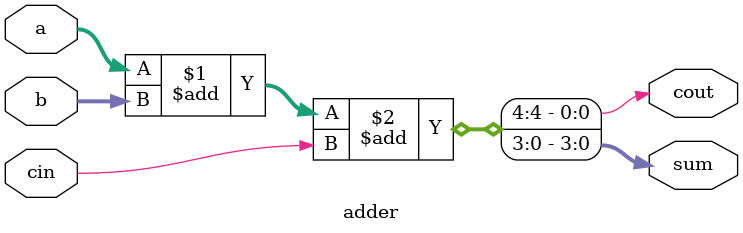
<source format=v>
`timescale 1ns/1ps
module adder #(
  parameter integer W = 4
)(
  input  wire [W-1:0] a,
  input  wire [W-1:0] b,
  input  wire         cin,
  output wire [W-1:0] sum,
  output wire         cout
);
  // Simple vector addition
  assign {cout, sum} = a + b + cin;
endmodule
</source>
